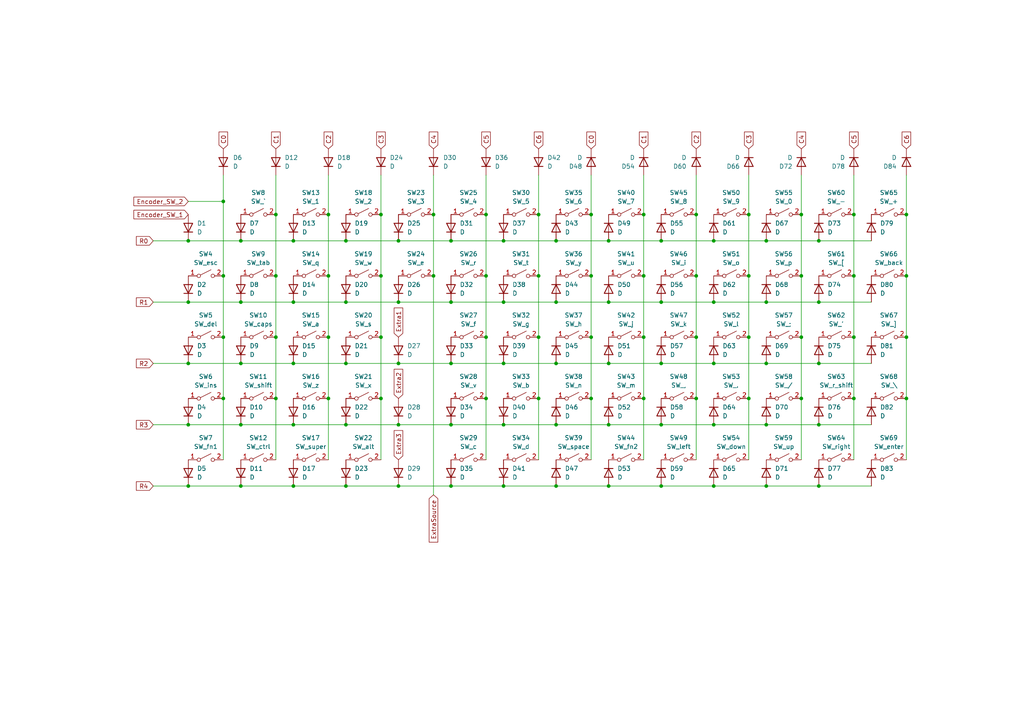
<source format=kicad_sch>
(kicad_sch (version 20230121) (generator eeschema)
  (paper "A4")
  (title_block (title "Switch Matrix") (date "2023-06-10") (comment 1 "CC BY-SA 4.0"))
  (lib_symbols
    (symbol "Device:D" (pin_numbers hide) (pin_names (offset 1.016) hide)
      (property "Reference" "D" (at 0 2.54 0))
      (property "Value" "D" (at 0 -2.54 0))
      (symbol "D_1_1"
        (pin passive line (at -3.81 0 0) (length 2.54) (name "K") (number "1"))
        (pin passive line (at 3.81 0 180) (length 2.54) (name "A") (number "2"))
      )
    )
    (symbol "Switch:SW_SPST" (pin_names (offset 0) hide)
      (property "Reference" "SW" (at 0 3.175 0))
      (property "Value" "SW_SPST" (at 0 -2.54 0))
      (symbol "SW_SPST_1_1"
        (pin passive line (at -5.08 0 0) (length 2.54) (name "A") (number "1"))
        (pin passive line (at 5.08 0 180) (length 2.54) (name "B") (number "2"))
      )
    )
  )
  (junction (at 237.49 123.19))
  (junction (at 222.25 69.85))
  (junction (at 54.61 123.19))
  (junction (at 85.09 69.85))
  (junction (at 156.21 80.01))
  (junction (at 115.57 69.85))
  (junction (at 232.41 97.79))
  (junction (at 176.53 123.19))
  (junction (at 156.21 115.57))
  (junction (at 100.33 69.85))
  (junction (at 115.57 105.41))
  (junction (at 140.97 80.01))
  (junction (at 201.93 115.57))
  (junction (at 176.53 140.97))
  (junction (at 95.25 97.79))
  (junction (at 247.65 80.01))
  (junction (at 69.85 105.41))
  (junction (at 191.77 140.97))
  (junction (at 191.77 69.85))
  (junction (at 100.33 87.63))
  (junction (at 247.65 115.57))
  (junction (at 85.09 105.41))
  (junction (at 161.29 105.41))
  (junction (at 262.89 97.79))
  (junction (at 146.05 87.63))
  (junction (at 161.29 123.19))
  (junction (at 125.73 80.01))
  (junction (at 54.61 140.97))
  (junction (at 186.69 97.79))
  (junction (at 191.77 123.19))
  (junction (at 130.81 87.63))
  (junction (at 130.81 105.41))
  (junction (at 207.01 87.63))
  (junction (at 95.25 80.01))
  (junction (at 201.93 62.23))
  (junction (at 85.09 87.63))
  (junction (at 222.25 123.19))
  (junction (at 191.77 105.41))
  (junction (at 110.49 97.79))
  (junction (at 146.05 69.85))
  (junction (at 95.25 62.23))
  (junction (at 176.53 105.41))
  (junction (at 130.81 140.97))
  (junction (at 171.45 80.01))
  (junction (at 186.69 80.01))
  (junction (at 80.01 80.01))
  (junction (at 232.41 62.23))
  (junction (at 110.49 80.01))
  (junction (at 201.93 80.01))
  (junction (at 64.77 97.79))
  (junction (at 237.49 105.41))
  (junction (at 262.89 115.57))
  (junction (at 201.93 97.79))
  (junction (at 207.01 105.41))
  (junction (at 80.01 97.79))
  (junction (at 222.25 140.97))
  (junction (at 115.57 87.63))
  (junction (at 247.65 62.23))
  (junction (at 161.29 87.63))
  (junction (at 262.89 62.23))
  (junction (at 222.25 105.41))
  (junction (at 100.33 123.19))
  (junction (at 171.45 62.23))
  (junction (at 130.81 123.19))
  (junction (at 64.77 115.57))
  (junction (at 130.81 69.85))
  (junction (at 176.53 69.85))
  (junction (at 171.45 115.57))
  (junction (at 217.17 80.01))
  (junction (at 115.57 140.97))
  (junction (at 64.77 80.01))
  (junction (at 207.01 69.85))
  (junction (at 69.85 140.97))
  (junction (at 171.45 97.79))
  (junction (at 140.97 115.57))
  (junction (at 100.33 105.41))
  (junction (at 161.29 140.97))
  (junction (at 115.57 123.19))
  (junction (at 156.21 62.23))
  (junction (at 110.49 62.23))
  (junction (at 146.05 123.19))
  (junction (at 146.05 105.41))
  (junction (at 54.61 69.85))
  (junction (at 140.97 97.79))
  (junction (at 237.49 69.85))
  (junction (at 80.01 115.57))
  (junction (at 54.61 105.41))
  (junction (at 85.09 140.97))
  (junction (at 95.25 115.57))
  (junction (at 85.09 123.19))
  (junction (at 217.17 62.23))
  (junction (at 232.41 115.57))
  (junction (at 64.77 58.42))
  (junction (at 186.69 115.57))
  (junction (at 222.25 87.63))
  (junction (at 140.97 62.23))
  (junction (at 54.61 87.63))
  (junction (at 191.77 87.63))
  (junction (at 156.21 97.79))
  (junction (at 217.17 97.79))
  (junction (at 217.17 115.57))
  (junction (at 176.53 87.63))
  (junction (at 69.85 69.85))
  (junction (at 100.33 140.97))
  (junction (at 125.73 62.23))
  (junction (at 207.01 123.19))
  (junction (at 262.89 80.01))
  (junction (at 161.29 69.85))
  (junction (at 69.85 87.63))
  (junction (at 232.41 80.01))
  (junction (at 207.01 140.97))
  (junction (at 237.49 140.97))
  (junction (at 69.85 123.19))
  (junction (at 247.65 97.79))
  (junction (at 146.05 140.97))
  (junction (at 110.49 115.57))
  (junction (at 237.49 87.63))
  (junction (at 80.01 62.23))
  (junction (at 186.69 62.23))
  (wire (pts (xy 130.81 140.97) (xy 146.05 140.97)))
  (wire (pts (xy 44.45 105.41) (xy 54.61 105.41)))
  (wire (pts (xy 207.01 123.19) (xy 222.25 123.19)))
  (wire (pts (xy 201.93 97.79) (xy 201.93 115.57)))
  (wire (pts (xy 69.85 105.41) (xy 85.09 105.41)))
  (wire (pts (xy 207.01 140.97) (xy 222.25 140.97)))
  (wire (pts (xy 44.45 87.63) (xy 54.61 87.63)))
  (wire (pts (xy 161.29 87.63) (xy 176.53 87.63)))
  (wire (pts (xy 64.77 115.57) (xy 64.77 133.35)))
  (wire (pts (xy 100.33 105.41) (xy 115.57 105.41)))
  (wire (pts (xy 207.01 105.41) (xy 222.25 105.41)))
  (wire (pts (xy 176.53 140.97) (xy 191.77 140.97)))
  (wire (pts (xy 85.09 140.97) (xy 100.33 140.97)))
  (wire (pts (xy 237.49 140.97) (xy 252.73 140.97)))
  (wire (pts (xy 95.25 115.57) (xy 95.25 133.35)))
  (wire (pts (xy 232.41 80.01) (xy 232.41 97.79)))
  (wire (pts (xy 130.81 87.63) (xy 146.05 87.63)))
  (wire (pts (xy 54.61 58.42) (xy 64.77 58.42)))
  (wire (pts (xy 140.97 115.57) (xy 140.97 133.35)))
  (wire (pts (xy 207.01 87.63) (xy 222.25 87.63)))
  (wire (pts (xy 186.69 50.8) (xy 186.69 62.23)))
  (wire (pts (xy 54.61 123.19) (xy 69.85 123.19)))
  (wire (pts (xy 201.93 50.8) (xy 201.93 62.23)))
  (wire (pts (xy 54.61 105.41) (xy 69.85 105.41)))
  (wire (pts (xy 161.29 105.41) (xy 176.53 105.41)))
  (wire (pts (xy 69.85 69.85) (xy 85.09 69.85)))
  (wire (pts (xy 176.53 105.41) (xy 191.77 105.41)))
  (wire (pts (xy 217.17 115.57) (xy 217.17 133.35)))
  (wire (pts (xy 125.73 62.23) (xy 125.73 80.01)))
  (wire (pts (xy 232.41 97.79) (xy 232.41 115.57)))
  (wire (pts (xy 176.53 87.63) (xy 191.77 87.63)))
  (wire (pts (xy 262.89 62.23) (xy 262.89 80.01)))
  (wire (pts (xy 247.65 97.79) (xy 247.65 115.57)))
  (wire (pts (xy 222.25 87.63) (xy 237.49 87.63)))
  (wire (pts (xy 100.33 69.85) (xy 115.57 69.85)))
  (wire (pts (xy 247.65 62.23) (xy 247.65 80.01)))
  (wire (pts (xy 186.69 62.23) (xy 186.69 80.01)))
  (wire (pts (xy 115.57 69.85) (xy 130.81 69.85)))
  (wire (pts (xy 130.81 105.41) (xy 146.05 105.41)))
  (wire (pts (xy 156.21 50.8) (xy 156.21 62.23)))
  (wire (pts (xy 171.45 62.23) (xy 171.45 80.01)))
  (wire (pts (xy 146.05 105.41) (xy 161.29 105.41)))
  (wire (pts (xy 201.93 80.01) (xy 201.93 97.79)))
  (wire (pts (xy 85.09 123.19) (xy 100.33 123.19)))
  (wire (pts (xy 232.41 62.23) (xy 232.41 80.01)))
  (wire (pts (xy 262.89 97.79) (xy 262.89 115.57)))
  (wire (pts (xy 161.29 140.97) (xy 176.53 140.97)))
  (wire (pts (xy 191.77 140.97) (xy 207.01 140.97)))
  (wire (pts (xy 232.41 115.57) (xy 232.41 133.35)))
  (wire (pts (xy 262.89 115.57) (xy 262.89 133.35)))
  (wire (pts (xy 156.21 80.01) (xy 156.21 97.79)))
  (wire (pts (xy 110.49 50.8) (xy 110.49 62.23)))
  (wire (pts (xy 171.45 97.79) (xy 171.45 115.57)))
  (wire (pts (xy 186.69 97.79) (xy 186.69 115.57)))
  (wire (pts (xy 237.49 105.41) (xy 252.73 105.41)))
  (wire (pts (xy 161.29 69.85) (xy 176.53 69.85)))
  (wire (pts (xy 201.93 115.57) (xy 201.93 133.35)))
  (wire (pts (xy 247.65 115.57) (xy 247.65 133.35)))
  (wire (pts (xy 54.61 140.97) (xy 69.85 140.97)))
  (wire (pts (xy 140.97 62.23) (xy 140.97 80.01)))
  (wire (pts (xy 110.49 62.23) (xy 110.49 80.01)))
  (wire (pts (xy 80.01 80.01) (xy 80.01 97.79)))
  (wire (pts (xy 217.17 62.23) (xy 217.17 80.01)))
  (wire (pts (xy 161.29 123.19) (xy 176.53 123.19)))
  (wire (pts (xy 262.89 80.01) (xy 262.89 97.79)))
  (wire (pts (xy 130.81 69.85) (xy 146.05 69.85)))
  (wire (pts (xy 191.77 105.41) (xy 207.01 105.41)))
  (wire (pts (xy 247.65 80.01) (xy 247.65 97.79)))
  (wire (pts (xy 217.17 80.01) (xy 217.17 97.79)))
  (wire (pts (xy 191.77 123.19) (xy 207.01 123.19)))
  (wire (pts (xy 85.09 105.41) (xy 100.33 105.41)))
  (wire (pts (xy 156.21 97.79) (xy 156.21 115.57)))
  (wire (pts (xy 171.45 80.01) (xy 171.45 97.79)))
  (wire (pts (xy 64.77 58.42) (xy 64.77 80.01)))
  (wire (pts (xy 95.25 80.01) (xy 95.25 97.79)))
  (wire (pts (xy 146.05 87.63) (xy 161.29 87.63)))
  (wire (pts (xy 80.01 97.79) (xy 80.01 115.57)))
  (wire (pts (xy 85.09 87.63) (xy 100.33 87.63)))
  (wire (pts (xy 54.61 69.85) (xy 69.85 69.85)))
  (wire (pts (xy 115.57 105.41) (xy 130.81 105.41)))
  (wire (pts (xy 44.45 123.19) (xy 54.61 123.19)))
  (wire (pts (xy 156.21 62.23) (xy 156.21 80.01)))
  (wire (pts (xy 125.73 50.8) (xy 125.73 62.23)))
  (wire (pts (xy 176.53 123.19) (xy 191.77 123.19)))
  (wire (pts (xy 69.85 140.97) (xy 85.09 140.97)))
  (wire (pts (xy 201.93 62.23) (xy 201.93 80.01)))
  (wire (pts (xy 64.77 80.01) (xy 64.77 97.79)))
  (wire (pts (xy 237.49 87.63) (xy 252.73 87.63)))
  (wire (pts (xy 130.81 123.19) (xy 146.05 123.19)))
  (wire (pts (xy 146.05 69.85) (xy 161.29 69.85)))
  (wire (pts (xy 110.49 97.79) (xy 110.49 115.57)))
  (wire (pts (xy 64.77 97.79) (xy 64.77 115.57)))
  (wire (pts (xy 262.89 50.8) (xy 262.89 62.23)))
  (wire (pts (xy 191.77 69.85) (xy 207.01 69.85)))
  (wire (pts (xy 125.73 80.01) (xy 125.73 143.51)))
  (wire (pts (xy 237.49 123.19) (xy 252.73 123.19)))
  (wire (pts (xy 237.49 69.85) (xy 252.73 69.85)))
  (wire (pts (xy 207.01 69.85) (xy 222.25 69.85)))
  (wire (pts (xy 100.33 140.97) (xy 115.57 140.97)))
  (wire (pts (xy 247.65 50.8) (xy 247.65 62.23)))
  (wire (pts (xy 140.97 80.01) (xy 140.97 97.79)))
  (wire (pts (xy 191.77 87.63) (xy 207.01 87.63)))
  (wire (pts (xy 222.25 105.41) (xy 237.49 105.41)))
  (wire (pts (xy 69.85 123.19) (xy 85.09 123.19)))
  (wire (pts (xy 140.97 97.79) (xy 140.97 115.57)))
  (wire (pts (xy 176.53 69.85) (xy 191.77 69.85)))
  (wire (pts (xy 44.45 140.97) (xy 54.61 140.97)))
  (wire (pts (xy 80.01 62.23) (xy 80.01 80.01)))
  (wire (pts (xy 156.21 115.57) (xy 156.21 133.35)))
  (wire (pts (xy 115.57 140.97) (xy 130.81 140.97)))
  (wire (pts (xy 186.69 115.57) (xy 186.69 133.35)))
  (wire (pts (xy 85.09 69.85) (xy 100.33 69.85)))
  (wire (pts (xy 146.05 123.19) (xy 161.29 123.19)))
  (wire (pts (xy 217.17 50.8) (xy 217.17 62.23)))
  (wire (pts (xy 171.45 115.57) (xy 171.45 133.35)))
  (wire (pts (xy 69.85 87.63) (xy 85.09 87.63)))
  (wire (pts (xy 115.57 123.19) (xy 130.81 123.19)))
  (wire (pts (xy 146.05 140.97) (xy 161.29 140.97)))
  (wire (pts (xy 222.25 69.85) (xy 237.49 69.85)))
  (wire (pts (xy 110.49 115.57) (xy 110.49 133.35)))
  (wire (pts (xy 95.25 50.8) (xy 95.25 62.23)))
  (wire (pts (xy 95.25 62.23) (xy 95.25 80.01)))
  (wire (pts (xy 222.25 123.19) (xy 237.49 123.19)))
  (wire (pts (xy 140.97 50.8) (xy 140.97 62.23)))
  (wire (pts (xy 95.25 97.79) (xy 95.25 115.57)))
  (wire (pts (xy 110.49 80.01) (xy 110.49 97.79)))
  (wire (pts (xy 222.25 140.97) (xy 237.49 140.97)))
  (wire (pts (xy 217.17 97.79) (xy 217.17 115.57)))
  (wire (pts (xy 44.45 69.85) (xy 54.61 69.85)))
  (wire (pts (xy 100.33 123.19) (xy 115.57 123.19)))
  (wire (pts (xy 186.69 80.01) (xy 186.69 97.79)))
  (wire (pts (xy 171.45 50.8) (xy 171.45 62.23)))
  (wire (pts (xy 64.77 50.8) (xy 64.77 58.42)))
  (wire (pts (xy 54.61 87.63) (xy 69.85 87.63)))
  (wire (pts (xy 80.01 115.57) (xy 80.01 133.35)))
  (wire (pts (xy 115.57 87.63) (xy 130.81 87.63)))
  (wire (pts (xy 232.41 50.8) (xy 232.41 62.23)))
  (wire (pts (xy 80.01 50.8) (xy 80.01 62.23)))
  (wire (pts (xy 100.33 87.63) (xy 115.57 87.63)))
  (global_label "C0" (shape input) (at 171.45 43.18 90) (property "Intersheetrefs" "${INTERSHEET_REFS}" (effects hide)))
  (global_label "C2" (shape input) (at 201.93 43.18 90) (property "Intersheetrefs" "${INTERSHEET_REFS}" (effects hide)))
  (global_label "R1" (shape input) (at 44.45 87.63 180) (property "Intersheetrefs" "${INTERSHEET_REFS}" (effects hide)))
  (global_label "C4" (shape input) (at 232.41 43.18 90) (property "Intersheetrefs" "${INTERSHEET_REFS}" (effects hide)))
  (global_label "C4" (shape input) (at 125.73 43.18 90) (property "Intersheetrefs" "${INTERSHEET_REFS}" (effects hide)))
  (global_label "C5" (shape input) (at 247.65 43.18 90) (property "Intersheetrefs" "${INTERSHEET_REFS}" (effects hide)))
  (global_label "Extra2" (shape input) (at 115.57 115.57 90) (property "Intersheetrefs" "${INTERSHEET_REFS}" (effects hide)))
  (global_label "C3" (shape input) (at 217.17 43.18 90) (property "Intersheetrefs" "${INTERSHEET_REFS}" (effects hide)))
  (global_label "R3" (shape input) (at 44.45 123.19 180) (property "Intersheetrefs" "${INTERSHEET_REFS}" (effects hide)))
  (global_label "R4" (shape input) (at 44.45 140.97 180) (property "Intersheetrefs" "${INTERSHEET_REFS}" (effects hide)))
  (global_label "Encoder_SW_2" (shape input) (at 54.61 58.42 180) (property "Intersheetrefs" "${INTERSHEET_REFS}" (effects hide)))
  (global_label "Extra1" (shape input) (at 115.57 97.79 90) (property "Intersheetrefs" "${INTERSHEET_REFS}" (effects hide)))
  (global_label "C3" (shape input) (at 110.49 43.18 90) (property "Intersheetrefs" "${INTERSHEET_REFS}" (effects hide)))
  (global_label "Extra3" (shape input) (at 115.57 133.35 90) (property "Intersheetrefs" "${INTERSHEET_REFS}" (effects hide)))
  (global_label "Encoder_SW_1" (shape input) (at 54.61 62.23 180) (property "Intersheetrefs" "${INTERSHEET_REFS}" (effects hide)))
  (global_label "R0" (shape input) (at 44.45 69.85 180) (property "Intersheetrefs" "${INTERSHEET_REFS}" (effects hide)))
  (global_label "C1" (shape input) (at 80.01 43.18 90) (property "Intersheetrefs" "${INTERSHEET_REFS}" (effects hide)))
  (global_label "C1" (shape input) (at 186.69 43.18 90) (property "Intersheetrefs" "${INTERSHEET_REFS}" (effects hide)))
  (global_label "C6" (shape input) (at 262.89 43.18 90) (property "Intersheetrefs" "${INTERSHEET_REFS}" (effects hide)))
  (global_label "C5" (shape input) (at 140.97 43.18 90) (property "Intersheetrefs" "${INTERSHEET_REFS}" (effects hide)))
  (global_label "C0" (shape input) (at 64.77 43.18 90) (property "Intersheetrefs" "${INTERSHEET_REFS}" (effects hide)))
  (global_label "C2" (shape input) (at 95.25 43.18 90) (property "Intersheetrefs" "${INTERSHEET_REFS}" (effects hide)))
  (global_label "ExtraSource" (shape input) (at 125.73 143.51 270) (property "Intersheetrefs" "${INTERSHEET_REFS}" (effects hide)))
  (global_label "R2" (shape input) (at 44.45 105.41 180) (property "Intersheetrefs" "${INTERSHEET_REFS}" (effects hide)))
  (global_label "C6" (shape input) (at 156.21 43.18 90) (property "Intersheetrefs" "${INTERSHEET_REFS}" (effects hide)))
  (symbol (lib_id "Device:D") (at 146.05 83.82 90) (unit 1)
    (property "Reference" "D38" (at 148.59 82.5499 90) (effects (justify right)))
    (property "Value" "D" (at 148.59 85.0899 90) (effects (justify right)))
    (property "Footprint" "Diode_THT_Custom:D_DO-35_SOD27_P7.62mm_Horizontal" (effects hide))
  )
  (symbol (lib_id "Device:D") (at 262.89 46.99 270) (unit 1)
    (property "Reference" "D84" (at 260.096 48.26 90) (effects (justify right)))
    (property "Value" "D" (at 260.096 45.72 90) (effects (justify right)))
    (property "Footprint" "Diode_THT_Custom:D_DO-35_SOD27_P7.62mm_Horizontal" (effects hide))
  )
  (symbol (lib_id "Device:D") (at 252.73 83.82 270) (unit 1)
    (property "Reference" "D80" (at 255.27 82.55 90) (effects (justify left)))
    (property "Value" "D" (at 255.27 85.09 90) (effects (justify left)))
    (property "Footprint" "Diode_THT_Custom:D_DO-35_SOD27_P7.62mm_Horizontal" (effects hide))
  )
  (symbol (lib_id "Device:D") (at 176.53 83.82 270) (unit 1)
    (property "Reference" "D50" (at 179.07 82.55 90) (effects (justify left)))
    (property "Value" "D" (at 179.07 85.09 90) (effects (justify left)))
    (property "Footprint" "Diode_THT_Custom:D_DO-35_SOD27_P7.62mm_Horizontal" (effects hide))
  )
  (symbol (lib_id "Switch:SW_SPST") (at 181.61 80.01 0) (unit 1)
    (property "Reference" "SW41" (at 181.61 73.66 0))
    (property "Value" "SW_u" (at 181.61 76.2 0))
    (property "Footprint" "HotswapFix:SW_Hotswap_Kailh_MX_1.00u" (effects hide))
  )
  (symbol (lib_id "Switch:SW_SPST") (at 212.09 62.23 0) (unit 1)
    (property "Reference" "SW50" (at 212.09 55.88 0))
    (property "Value" "SW_9" (at 212.09 58.42 0))
    (property "Footprint" "HotswapFix:SW_Hotswap_Kailh_MX_1.00u" (effects hide))
  )
  (symbol (lib_id "Device:D") (at 161.29 119.38 270) (unit 1)
    (property "Reference" "D46" (at 163.83 118.11 90) (effects (justify left)))
    (property "Value" "D" (at 163.83 120.65 90) (effects (justify left)))
    (property "Footprint" "Diode_THT_Custom:D_DO-35_SOD27_P7.62mm_Horizontal" (effects hide))
  )
  (symbol (lib_id "Switch:SW_SPST") (at 90.17 133.35 0) (unit 1)
    (property "Reference" "SW17" (at 90.17 127 0))
    (property "Value" "SW_super" (at 90.17 129.54 0))
    (property "Footprint" "HotswapFix:SW_Hotswap_Kailh_MX_1.25u" (effects hide))
  )
  (symbol (lib_id "Switch:SW_SPST") (at 105.41 97.79 0) (unit 1)
    (property "Reference" "SW20" (at 105.41 91.44 0))
    (property "Value" "SW_s" (at 105.41 93.98 0))
    (property "Footprint" "HotswapFix:SW_Hotswap_Kailh_MX_1.00u" (effects hide))
  )
  (symbol (lib_id "Switch:SW_SPST") (at 227.33 133.35 0) (unit 1)
    (property "Reference" "SW59" (at 227.33 127 0))
    (property "Value" "SW_up" (at 227.33 129.54 0))
    (property "Footprint" "HotswapFix:SW_Hotswap_Kailh_MX_1.00u" (effects hide))
  )
  (symbol (lib_id "Switch:SW_SPST") (at 166.37 62.23 0) (unit 1)
    (property "Reference" "SW35" (at 166.37 55.88 0))
    (property "Value" "SW_6" (at 166.37 58.42 0))
    (property "Footprint" "HotswapFix:SW_Hotswap_Kailh_MX_1.00u" (effects hide))
  )
  (symbol (lib_id "Device:D") (at 207.01 83.82 270) (unit 1)
    (property "Reference" "D62" (at 209.55 82.55 90) (effects (justify left)))
    (property "Value" "D" (at 209.55 85.09 90) (effects (justify left)))
    (property "Footprint" "Diode_THT_Custom:D_DO-35_SOD27_P7.62mm_Horizontal" (effects hide))
  )
  (symbol (lib_id "Device:D") (at 222.25 83.82 270) (unit 1)
    (property "Reference" "D68" (at 224.79 82.55 90) (effects (justify left)))
    (property "Value" "D" (at 224.79 85.09 90) (effects (justify left)))
    (property "Footprint" "Diode_THT_Custom:D_DO-35_SOD27_P7.62mm_Horizontal" (effects hide))
  )
  (symbol (lib_id "Device:D") (at 161.29 83.82 270) (unit 1)
    (property "Reference" "D44" (at 163.83 82.55 90) (effects (justify left)))
    (property "Value" "D" (at 163.83 85.09 90) (effects (justify left)))
    (property "Footprint" "Diode_THT_Custom:D_DO-35_SOD27_P7.62mm_Horizontal" (effects hide))
  )
  (symbol (lib_id "Device:D") (at 247.65 46.99 270) (unit 1)
    (property "Reference" "D78" (at 245.11 48.2601 90) (effects (justify right)))
    (property "Value" "D" (at 245.11 45.7201 90) (effects (justify right)))
    (property "Footprint" "Diode_THT_Custom:D_DO-35_SOD27_P7.62mm_Horizontal" (effects hide))
  )
  (symbol (lib_id "Device:D") (at 95.25 46.99 90) (unit 1)
    (property "Reference" "D18" (at 97.79 45.7199 90) (effects (justify right)))
    (property "Value" "D" (at 97.79 48.2599 90) (effects (justify right)))
    (property "Footprint" "Diode_THT_Custom:D_DO-35_SOD27_P7.62mm_Horizontal" (effects hide))
  )
  (symbol (lib_id "Device:D") (at 54.61 119.38 90) (unit 1)
    (property "Reference" "D4" (at 57.15 118.1099 90) (effects (justify right)))
    (property "Value" "D" (at 57.15 120.6499 90) (effects (justify right)))
    (property "Footprint" "Diode_THT_Custom:D_DO-35_SOD27_P7.62mm_Horizontal" (effects hide))
  )
  (symbol (lib_id "Device:D") (at 207.01 137.16 270) (unit 1)
    (property "Reference" "D65" (at 209.55 135.89 90) (effects (justify left)))
    (property "Value" "D" (at 209.55 138.43 90) (effects (justify left)))
    (property "Footprint" "Diode_THT_Custom:D_DO-35_SOD27_P7.62mm_Horizontal" (effects hide))
  )
  (symbol (lib_id "Switch:SW_SPST") (at 257.81 62.23 0) (unit 1)
    (property "Reference" "SW65" (at 257.81 55.88 0))
    (property "Value" "SW_+" (at 257.81 58.42 0))
    (property "Footprint" "HotswapFix:SW_Hotswap_Kailh_MX_1.00u" (effects hide))
  )
  (symbol (lib_id "Device:D") (at 176.53 101.6 270) (unit 1)
    (property "Reference" "D51" (at 179.07 100.33 90) (effects (justify left)))
    (property "Value" "D" (at 179.07 102.87 90) (effects (justify left)))
    (property "Footprint" "Diode_THT_Custom:D_DO-35_SOD27_P7.62mm_Horizontal" (effects hide))
  )
  (symbol (lib_id "Device:D") (at 176.53 66.04 270) (unit 1)
    (property "Reference" "D49" (at 179.07 64.77 90) (effects (justify left)))
    (property "Value" "D" (at 179.07 67.31 90) (effects (justify left)))
    (property "Footprint" "Diode_THT_Custom:D_DO-35_SOD27_P7.62mm_Horizontal" (effects hide))
  )
  (symbol (lib_id "Switch:SW_SPST") (at 135.89 62.23 0) (unit 1)
    (property "Reference" "SW25" (at 135.89 55.88 0))
    (property "Value" "SW_4" (at 135.89 58.42 0))
    (property "Footprint" "HotswapFix:SW_Hotswap_Kailh_MX_1.00u" (effects hide))
  )
  (symbol (lib_id "Switch:SW_SPST") (at 74.93 62.23 0) (unit 1)
    (property "Reference" "SW8" (at 74.93 55.88 0))
    (property "Value" "SW_`" (at 74.93 58.42 0))
    (property "Footprint" "HotswapFix:SW_Hotswap_Kailh_MX_1.00u" (effects hide))
  )
  (symbol (lib_id "Device:D") (at 130.81 83.82 90) (unit 1)
    (property "Reference" "D32" (at 133.35 82.5499 90) (effects (justify right)))
    (property "Value" "D" (at 133.35 85.0899 90) (effects (justify right)))
    (property "Footprint" "Diode_THT_Custom:D_DO-35_SOD27_P7.62mm_Horizontal" (effects hide))
  )
  (symbol (lib_id "Device:D") (at 161.29 66.04 270) (unit 1)
    (property "Reference" "D43" (at 163.83 64.77 90) (effects (justify left)))
    (property "Value" "D" (at 163.83 67.31 90) (effects (justify left)))
    (property "Footprint" "Diode_THT_Custom:D_DO-35_SOD27_P7.62mm_Horizontal" (effects hide))
  )
  (symbol (lib_id "Device:D") (at 80.01 46.99 90) (unit 1)
    (property "Reference" "D12" (at 82.55 45.7199 90) (effects (justify right)))
    (property "Value" "D" (at 82.55 48.2599 90) (effects (justify right)))
    (property "Footprint" "Diode_THT_Custom:D_DO-35_SOD27_P7.62mm_Horizontal" (effects hide))
  )
  (symbol (lib_id "Device:D") (at 125.73 46.99 90) (unit 1)
    (property "Reference" "D30" (at 128.524 45.72 90) (effects (justify right)))
    (property "Value" "D" (at 128.524 48.26 90) (effects (justify right)))
    (property "Footprint" "Diode_THT_Custom:D_DO-35_SOD27_P7.62mm_Horizontal" (effects hide))
  )
  (symbol (lib_id "Device:D") (at 69.85 101.6 90) (unit 1)
    (property "Reference" "D9" (at 72.39 100.3299 90) (effects (justify right)))
    (property "Value" "D" (at 72.39 102.8699 90) (effects (justify right)))
    (property "Footprint" "Diode_THT_Custom:D_DO-35_SOD27_P7.62mm_Horizontal" (effects hide))
  )
  (symbol (lib_id "Device:D") (at 191.77 137.16 270) (unit 1)
    (property "Reference" "D59" (at 194.31 135.89 90) (effects (justify left)))
    (property "Value" "D" (at 194.31 138.43 90) (effects (justify left)))
    (property "Footprint" "Diode_THT_Custom:D_DO-35_SOD27_P7.62mm_Horizontal" (effects hide))
  )
  (symbol (lib_id "Switch:SW_SPST") (at 257.81 133.35 0) (unit 1)
    (property "Reference" "SW69" (at 257.81 127 0))
    (property "Value" "SW_enter" (at 257.81 129.54 0))
    (property "Footprint" "HotswapFix:SW_Hotswap_Kailh_MX_2.25u" (effects hide))
  )
  (symbol (lib_id "Device:D") (at 115.57 119.38 90) (unit 1)
    (property "Reference" "D28" (at 118.11 118.1099 90) (effects (justify right)))
    (property "Value" "D" (at 118.11 120.6499 90) (effects (justify right)))
    (property "Footprint" "Diode_THT_Custom:D_DO-35_SOD27_P7.62mm_Horizontal" (effects hide))
  )
  (symbol (lib_id "Device:D") (at 222.25 66.04 270) (unit 1)
    (property "Reference" "D67" (at 224.79 64.77 90) (effects (justify left)))
    (property "Value" "D" (at 224.79 67.31 90) (effects (justify left)))
    (property "Footprint" "Diode_THT_Custom:D_DO-35_SOD27_P7.62mm_Horizontal" (effects hide))
  )
  (symbol (lib_id "Switch:SW_SPST") (at 196.85 115.57 0) (unit 1)
    (property "Reference" "SW48" (at 196.85 109.22 0))
    (property "Value" "SW_," (at 196.85 111.76 0))
    (property "Footprint" "HotswapFix:SW_Hotswap_Kailh_MX_1.00u" (effects hide))
  )
  (symbol (lib_id "Device:D") (at 54.61 137.16 90) (unit 1)
    (property "Reference" "D5" (at 57.15 135.8899 90) (effects (justify right)))
    (property "Value" "D" (at 57.15 138.4299 90) (effects (justify right)))
    (property "Footprint" "Diode_THT_Custom:D_DO-35_SOD27_P7.62mm_Horizontal" (effects hide))
  )
  (symbol (lib_id "Switch:SW_SPST") (at 242.57 115.57 0) (unit 1)
    (property "Reference" "SW63" (at 242.57 109.22 0))
    (property "Value" "SW_r_shift" (at 242.57 111.76 0))
    (property "Footprint" "HotswapFix:SW_Hotswap_Kailh_MX_2.75u" (effects hide))
  )
  (symbol (lib_id "Switch:SW_SPST") (at 196.85 133.35 0) (unit 1)
    (property "Reference" "SW49" (at 196.85 127 0))
    (property "Value" "SW_left" (at 196.85 129.54 0))
    (property "Footprint" "HotswapFix:SW_Hotswap_Kailh_MX_1.00u" (effects hide))
  )
  (symbol (lib_id "Device:D") (at 201.93 46.99 270) (unit 1)
    (property "Reference" "D60" (at 199.136 48.26 90) (effects (justify right)))
    (property "Value" "D" (at 199.136 45.72 90) (effects (justify right)))
    (property "Footprint" "Diode_THT_Custom:D_DO-35_SOD27_P7.62mm_Horizontal" (effects hide))
  )
  (symbol (lib_id "Device:D") (at 100.33 83.82 90) (unit 1)
    (property "Reference" "D20" (at 102.87 82.5499 90) (effects (justify right)))
    (property "Value" "D" (at 102.87 85.0899 90) (effects (justify right)))
    (property "Footprint" "Diode_THT_Custom:D_DO-35_SOD27_P7.62mm_Horizontal" (effects hide))
  )
  (symbol (lib_id "Device:D") (at 252.73 119.38 270) (unit 1)
    (property "Reference" "D82" (at 255.27 118.11 90) (effects (justify left)))
    (property "Value" "D" (at 255.27 120.65 90) (effects (justify left)))
    (property "Footprint" "Diode_THT_Custom:D_DO-35_SOD27_P7.62mm_Horizontal" (effects hide))
  )
  (symbol (lib_id "Device:D") (at 237.49 137.16 270) (unit 1)
    (property "Reference" "D77" (at 240.03 135.89 90) (effects (justify left)))
    (property "Value" "D" (at 240.03 138.43 90) (effects (justify left)))
    (property "Footprint" "Diode_THT_Custom:D_DO-35_SOD27_P7.62mm_Horizontal" (effects hide))
  )
  (symbol (lib_id "Device:D") (at 217.17 46.99 270) (unit 1)
    (property "Reference" "D66" (at 214.63 48.2601 90) (effects (justify right)))
    (property "Value" "D" (at 214.63 45.7201 90) (effects (justify right)))
    (property "Footprint" "Diode_THT_Custom:D_DO-35_SOD27_P7.62mm_Horizontal" (effects hide))
  )
  (symbol (lib_id "Device:D") (at 85.09 66.04 90) (unit 1)
    (property "Reference" "D13" (at 87.63 64.7699 90) (effects (justify right)))
    (property "Value" "D" (at 87.63 67.3099 90) (effects (justify right)))
    (property "Footprint" "Diode_THT_Custom:D_DO-35_SOD27_P7.62mm_Horizontal" (effects hide))
  )
  (symbol (lib_id "Device:D") (at 130.81 101.6 90) (unit 1)
    (property "Reference" "D33" (at 133.35 100.3299 90) (effects (justify right)))
    (property "Value" "D" (at 133.35 102.8699 90) (effects (justify right)))
    (property "Footprint" "Diode_THT_Custom:D_DO-35_SOD27_P7.62mm_Horizontal" (effects hide))
  )
  (symbol (lib_id "Device:D") (at 115.57 66.04 90) (unit 1)
    (property "Reference" "D25" (at 118.11 64.7699 90) (effects (justify right)))
    (property "Value" "D" (at 118.11 67.3099 90) (effects (justify right)))
    (property "Footprint" "Diode_THT_Custom:D_DO-35_SOD27_P7.62mm_Horizontal" (effects hide))
  )
  (symbol (lib_id "Switch:SW_SPST") (at 105.41 80.01 0) (unit 1)
    (property "Reference" "SW19" (at 105.41 73.66 0))
    (property "Value" "SW_w" (at 105.41 76.2 0))
    (property "Footprint" "HotswapFix:SW_Hotswap_Kailh_MX_1.00u" (effects hide))
  )
  (symbol (lib_id "Device:D") (at 115.57 137.16 90) (unit 1)
    (property "Reference" "D29" (at 118.11 135.8899 90) (effects (justify right)))
    (property "Value" "D" (at 118.11 138.4299 90) (effects (justify right)))
    (property "Footprint" "Diode_THT_Custom:D_DO-35_SOD27_P7.62mm_Horizontal" (effects hide))
  )
  (symbol (lib_id "Device:D") (at 146.05 119.38 90) (unit 1)
    (property "Reference" "D40" (at 148.59 118.1099 90) (effects (justify right)))
    (property "Value" "D" (at 148.59 120.6499 90) (effects (justify right)))
    (property "Footprint" "Diode_THT_Custom:D_DO-35_SOD27_P7.62mm_Horizontal" (effects hide))
  )
  (symbol (lib_id "Device:D") (at 252.73 101.6 270) (unit 1)
    (property "Reference" "D81" (at 255.27 100.33 90) (effects (justify left)))
    (property "Value" "D" (at 255.27 102.87 90) (effects (justify left)))
    (property "Footprint" "Diode_THT_Custom:D_DO-35_SOD27_P7.62mm_Horizontal" (effects hide))
  )
  (symbol (lib_id "Switch:SW_SPST") (at 105.41 115.57 0) (unit 1)
    (property "Reference" "SW21" (at 105.41 109.22 0))
    (property "Value" "SW_x" (at 105.41 111.76 0))
    (property "Footprint" "HotswapFix:SW_Hotswap_Kailh_MX_1.00u" (effects hide))
  )
  (symbol (lib_id "Switch:SW_SPST") (at 135.89 97.79 0) (unit 1)
    (property "Reference" "SW27" (at 135.89 91.44 0))
    (property "Value" "SW_f" (at 135.89 93.98 0))
    (property "Footprint" "HotswapFix:SW_Hotswap_Kailh_MX_1.00u" (effects hide))
  )
  (symbol (lib_id "Switch:SW_SPST") (at 257.81 97.79 0) (unit 1)
    (property "Reference" "SW67" (at 257.81 91.44 0))
    (property "Value" "SW_]" (at 257.81 93.98 0))
    (property "Footprint" "HotswapFix:SW_Hotswap_Kailh_MX_1.00u" (effects hide))
  )
  (symbol (lib_id "Switch:SW_SPST") (at 74.93 97.79 0) (unit 1)
    (property "Reference" "SW10" (at 74.93 91.44 0))
    (property "Value" "SW_caps" (at 74.93 93.98 0))
    (property "Footprint" "HotswapFix:SW_Hotswap_Kailh_MX_1.75u" (effects hide))
  )
  (symbol (lib_id "Device:D") (at 115.57 101.6 90) (unit 1)
    (property "Reference" "D27" (at 118.11 100.3299 90) (effects (justify right)))
    (property "Value" "D" (at 118.11 102.8699 90) (effects (justify right)))
    (property "Footprint" "Diode_THT_Custom:D_DO-35_SOD27_P7.62mm_Horizontal" (effects hide))
  )
  (symbol (lib_id "Device:D") (at 130.81 119.38 90) (unit 1)
    (property "Reference" "D34" (at 133.35 118.1099 90) (effects (justify right)))
    (property "Value" "D" (at 133.35 120.6499 90) (effects (justify right)))
    (property "Footprint" "Diode_THT_Custom:D_DO-35_SOD27_P7.62mm_Horizontal" (effects hide))
  )
  (symbol (lib_id "Device:D") (at 85.09 137.16 90) (unit 1)
    (property "Reference" "D17" (at 87.63 135.8899 90) (effects (justify right)))
    (property "Value" "D" (at 87.63 138.4299 90) (effects (justify right)))
    (property "Footprint" "Diode_THT_Custom:D_DO-35_SOD27_P7.62mm_Horizontal" (effects hide))
  )
  (symbol (lib_id "Switch:SW_SPST") (at 212.09 80.01 0) (unit 1)
    (property "Reference" "SW51" (at 212.09 73.66 0))
    (property "Value" "SW_o" (at 212.09 76.2 0))
    (property "Footprint" "HotswapFix:SW_Hotswap_Kailh_MX_1.00u" (effects hide))
  )
  (symbol (lib_id "Device:D") (at 69.85 66.04 90) (unit 1)
    (property "Reference" "D7" (at 72.39 64.7699 90) (effects (justify right)))
    (property "Value" "D" (at 72.39 67.3099 90) (effects (justify right)))
    (property "Footprint" "Diode_THT_Custom:D_DO-35_SOD27_P7.62mm_Horizontal" (effects hide))
  )
  (symbol (lib_id "Switch:SW_SPST") (at 59.69 97.79 0) (unit 1)
    (property "Reference" "SW5" (at 59.69 91.44 0))
    (property "Value" "SW_del" (at 59.69 93.98 0))
    (property "Footprint" "HotswapFix:SW_Hotswap_Kailh_MX_1.00u" (effects hide))
  )
  (symbol (lib_id "Switch:SW_SPST") (at 105.41 62.23 0) (unit 1)
    (property "Reference" "SW18" (at 105.41 55.88 0))
    (property "Value" "SW_2" (at 105.41 58.42 0))
    (property "Footprint" "HotswapFix:SW_Hotswap_Kailh_MX_1.00u" (effects hide))
  )
  (symbol (lib_id "Switch:SW_SPST") (at 196.85 80.01 0) (unit 1)
    (property "Reference" "SW46" (at 196.85 73.66 0))
    (property "Value" "SW_i" (at 196.85 76.2 0))
    (property "Footprint" "HotswapFix:SW_Hotswap_Kailh_MX_1.00u" (effects hide))
  )
  (symbol (lib_id "Switch:SW_SPST") (at 90.17 115.57 0) (unit 1)
    (property "Reference" "SW16" (at 90.17 109.22 0))
    (property "Value" "SW_z" (at 90.17 111.76 0))
    (property "Footprint" "HotswapFix:SW_Hotswap_Kailh_MX_1.00u" (effects hide))
  )
  (symbol (lib_id "Switch:SW_SPST") (at 181.61 133.35 0) (unit 1)
    (property "Reference" "SW44" (at 181.61 127 0))
    (property "Value" "SW_fn2" (at 181.61 129.54 0))
    (property "Footprint" "HotswapFix:SW_Hotswap_Kailh_MX_1.00u" (effects hide))
  )
  (symbol (lib_id "Switch:SW_SPST") (at 135.89 115.57 0) (unit 1)
    (property "Reference" "SW28" (at 135.89 109.22 0))
    (property "Value" "SW_v" (at 135.89 111.76 0))
    (property "Footprint" "HotswapFix:SW_Hotswap_Kailh_MX_1.00u" (effects hide))
  )
  (symbol (lib_id "Switch:SW_SPST") (at 74.93 115.57 0) (unit 1)
    (property "Reference" "SW11" (at 74.93 109.22 0))
    (property "Value" "SW_shift" (at 74.93 111.76 0))
    (property "Footprint" "HotswapFix:SW_Hotswap_Kailh_MX_2.25u" (effects hide))
  )
  (symbol (lib_id "Device:D") (at 64.77 46.99 90) (unit 1)
    (property "Reference" "D6" (at 67.564 45.72 90) (effects (justify right)))
    (property "Value" "D" (at 67.564 48.26 90) (effects (justify right)))
    (property "Footprint" "Diode_THT_Custom:D_DO-35_SOD27_P7.62mm_Horizontal" (effects hide))
  )
  (symbol (lib_id "Device:D") (at 146.05 66.04 90) (unit 1)
    (property "Reference" "D37" (at 148.59 64.7699 90) (effects (justify right)))
    (property "Value" "D" (at 148.59 67.3099 90) (effects (justify right)))
    (property "Footprint" "Diode_THT_Custom:D_DO-35_SOD27_P7.62mm_Horizontal" (effects hide))
  )
  (symbol (lib_id "Device:D") (at 176.53 119.38 270) (unit 1)
    (property "Reference" "D52" (at 179.07 118.11 90) (effects (justify left)))
    (property "Value" "D" (at 179.07 120.65 90) (effects (justify left)))
    (property "Footprint" "Diode_THT_Custom:D_DO-35_SOD27_P7.62mm_Horizontal" (effects hide))
  )
  (symbol (lib_id "Device:D") (at 100.33 101.6 90) (unit 1)
    (property "Reference" "D21" (at 102.87 100.3299 90) (effects (justify right)))
    (property "Value" "D" (at 102.87 102.8699 90) (effects (justify right)))
    (property "Footprint" "Diode_THT_Custom:D_DO-35_SOD27_P7.62mm_Horizontal" (effects hide))
  )
  (symbol (lib_id "Switch:SW_SPST") (at 166.37 80.01 0) (unit 1)
    (property "Reference" "SW36" (at 166.37 73.66 0))
    (property "Value" "SW_y" (at 166.37 76.2 0))
    (property "Footprint" "HotswapFix:SW_Hotswap_Kailh_MX_1.00u" (effects hide))
  )
  (symbol (lib_id "Switch:SW_SPST") (at 151.13 80.01 0) (unit 1)
    (property "Reference" "SW31" (at 151.13 73.66 0))
    (property "Value" "SW_t" (at 151.13 76.2 0))
    (property "Footprint" "HotswapFix:SW_Hotswap_Kailh_MX_1.00u" (effects hide))
  )
  (symbol (lib_id "Device:D") (at 222.25 101.6 270) (unit 1)
    (property "Reference" "D69" (at 224.79 100.33 90) (effects (justify left)))
    (property "Value" "D" (at 224.79 102.87 90) (effects (justify left)))
    (property "Footprint" "Diode_THT_Custom:D_DO-35_SOD27_P7.62mm_Horizontal" (effects hide))
  )
  (symbol (lib_id "Switch:SW_SPST") (at 166.37 133.35 0) (unit 1)
    (property "Reference" "SW39" (at 166.37 127 0))
    (property "Value" "SW_space" (at 166.37 129.54 0))
    (property "Footprint" "HotswapFix:SW_Hotswap_Kailh_MX_6.25u" (effects hide))
  )
  (symbol (lib_id "Switch:SW_SPST") (at 59.69 80.01 0) (unit 1)
    (property "Reference" "SW4" (at 59.69 73.66 0))
    (property "Value" "SW_esc" (at 59.69 76.2 0))
    (property "Footprint" "HotswapFix:SW_Hotswap_Kailh_MX_1.00u" (effects hide))
  )
  (symbol (lib_id "Device:D") (at 54.61 101.6 90) (unit 1)
    (property "Reference" "D3" (at 57.15 100.3299 90) (effects (justify right)))
    (property "Value" "D" (at 57.15 102.8699 90) (effects (justify right)))
    (property "Footprint" "Diode_THT_Custom:D_DO-35_SOD27_P7.62mm_Horizontal" (effects hide))
  )
  (symbol (lib_id "Switch:SW_SPST") (at 196.85 97.79 0) (unit 1)
    (property "Reference" "SW47" (at 196.85 91.44 0))
    (property "Value" "SW_k" (at 196.85 93.98 0))
    (property "Footprint" "HotswapFix:SW_Hotswap_Kailh_MX_1.00u" (effects hide))
  )
  (symbol (lib_id "Switch:SW_SPST") (at 74.93 80.01 0) (unit 1)
    (property "Reference" "SW9" (at 74.93 73.66 0))
    (property "Value" "SW_tab" (at 74.93 76.2 0))
    (property "Footprint" "HotswapFix:SW_Hotswap_Kailh_MX_1.50u" (effects hide))
  )
  (symbol (lib_id "Switch:SW_SPST") (at 135.89 80.01 0) (unit 1)
    (property "Reference" "SW26" (at 135.89 73.66 0))
    (property "Value" "SW_r" (at 135.89 76.2 0))
    (property "Footprint" "HotswapFix:SW_Hotswap_Kailh_MX_1.00u" (effects hide))
  )
  (symbol (lib_id "Switch:SW_SPST") (at 212.09 115.57 0) (unit 1)
    (property "Reference" "SW53" (at 212.09 109.22 0))
    (property "Value" "SW_." (at 212.09 111.76 0))
    (property "Footprint" "HotswapFix:SW_Hotswap_Kailh_MX_1.00u" (effects hide))
  )
  (symbol (lib_id "Switch:SW_SPST") (at 212.09 133.35 0) (unit 1)
    (property "Reference" "SW54" (at 212.09 127 0))
    (property "Value" "SW_down" (at 212.09 129.54 0))
    (property "Footprint" "HotswapFix:SW_Hotswap_Kailh_MX_1.00u" (effects hide))
  )
  (symbol (lib_id "Device:D") (at 85.09 83.82 90) (unit 1)
    (property "Reference" "D14" (at 87.63 82.5499 90) (effects (justify right)))
    (property "Value" "D" (at 87.63 85.0899 90) (effects (justify right)))
    (property "Footprint" "Diode_THT_Custom:D_DO-35_SOD27_P7.62mm_Horizontal" (effects hide))
  )
  (symbol (lib_id "Switch:SW_SPST") (at 105.41 133.35 0) (unit 1)
    (property "Reference" "SW22" (at 105.41 127 0))
    (property "Value" "SW_alt" (at 105.41 129.54 0))
    (property "Footprint" "HotswapFix:SW_Hotswap_Kailh_MX_1.25u" (effects hide))
  )
  (symbol (lib_id "Device:D") (at 232.41 46.99 270) (unit 1)
    (property "Reference" "D72" (at 229.87 48.2601 90) (effects (justify right)))
    (property "Value" "D" (at 229.87 45.7201 90) (effects (justify right)))
    (property "Footprint" "Diode_THT_Custom:D_DO-35_SOD27_P7.62mm_Horizontal" (effects hide))
  )
  (symbol (lib_id "Switch:SW_SPST") (at 166.37 115.57 0) (unit 1)
    (property "Reference" "SW38" (at 166.37 109.22 0))
    (property "Value" "SW_n" (at 166.37 111.76 0))
    (property "Footprint" "HotswapFix:SW_Hotswap_Kailh_MX_1.00u" (effects hide))
  )
  (symbol (lib_id "Switch:SW_SPST") (at 74.93 133.35 0) (unit 1)
    (property "Reference" "SW12" (at 74.93 127 0))
    (property "Value" "SW_ctrl" (at 74.93 129.54 0))
    (property "Footprint" "HotswapFix:SW_Hotswap_Kailh_MX_1.25u" (effects hide))
  )
  (symbol (lib_id "Switch:SW_SPST") (at 227.33 80.01 0) (unit 1)
    (property "Reference" "SW56" (at 227.33 73.66 0))
    (property "Value" "SW_p" (at 227.33 76.2 0))
    (property "Footprint" "HotswapFix:SW_Hotswap_Kailh_MX_1.00u" (effects hide))
  )
  (symbol (lib_id "Device:D") (at 176.53 137.16 270) (unit 1)
    (property "Reference" "D53" (at 179.07 135.89 90) (effects (justify left)))
    (property "Value" "D" (at 179.07 138.43 90) (effects (justify left)))
    (property "Footprint" "Diode_THT_Custom:D_DO-35_SOD27_P7.62mm_Horizontal" (effects hide))
  )
  (symbol (lib_id "Switch:SW_SPST") (at 59.69 133.35 0) (unit 1)
    (property "Reference" "SW7" (at 59.69 127 0))
    (property "Value" "SW_fn1" (at 59.69 129.54 0))
    (property "Footprint" "HotswapFix:SW_Hotswap_Kailh_MX_1.00u" (effects hide))
  )
  (symbol (lib_id "Device:D") (at 100.33 119.38 90) (unit 1)
    (property "Reference" "D22" (at 102.87 118.1099 90) (effects (justify right)))
    (property "Value" "D" (at 102.87 120.6499 90) (effects (justify right)))
    (property "Footprint" "Diode_THT_Custom:D_DO-35_SOD27_P7.62mm_Horizontal" (effects hide))
  )
  (symbol (lib_id "Switch:SW_SPST") (at 242.57 97.79 0) (unit 1)
    (property "Reference" "SW62" (at 242.57 91.44 0))
    (property "Value" "SW_'" (at 242.57 93.98 0))
    (property "Footprint" "HotswapFix:SW_Hotswap_Kailh_MX_1.00u" (effects hide))
  )
  (symbol (lib_id "Switch:SW_SPST") (at 120.65 62.23 0) (unit 1)
    (property "Reference" "SW23" (at 120.65 55.88 0))
    (property "Value" "SW_3" (at 120.65 58.42 0))
    (property "Footprint" "HotswapFix:SW_Hotswap_Kailh_MX_1.00u" (effects hide))
  )
  (symbol (lib_id "Device:D") (at 222.25 137.16 270) (unit 1)
    (property "Reference" "D71" (at 224.79 135.89 90) (effects (justify left)))
    (property "Value" "D" (at 224.79 138.43 90) (effects (justify left)))
    (property "Footprint" "Diode_THT_Custom:D_DO-35_SOD27_P7.62mm_Horizontal" (effects hide))
  )
  (symbol (lib_id "Switch:SW_SPST") (at 227.33 115.57 0) (unit 1)
    (property "Reference" "SW58" (at 227.33 109.22 0))
    (property "Value" "SW_/" (at 227.33 111.76 0))
    (property "Footprint" "HotswapFix:SW_Hotswap_Kailh_MX_1.00u" (effects hide))
  )
  (symbol (lib_id "Switch:SW_SPST") (at 90.17 80.01 0) (unit 1)
    (property "Reference" "SW14" (at 90.17 73.66 0))
    (property "Value" "SW_q" (at 90.17 76.2 0))
    (property "Footprint" "HotswapFix:SW_Hotswap_Kailh_MX_1.00u" (effects hide))
  )
  (symbol (lib_id "Switch:SW_SPST") (at 90.17 62.23 0) (unit 1)
    (property "Reference" "SW13" (at 90.17 55.88 0))
    (property "Value" "SW_1" (at 90.17 58.42 0))
    (property "Footprint" "HotswapFix:SW_Hotswap_Kailh_MX_1.00u" (effects hide))
  )
  (symbol (lib_id "Device:D") (at 161.29 137.16 270) (unit 1)
    (property "Reference" "D47" (at 163.83 135.89 90) (effects (justify left)))
    (property "Value" "D" (at 163.83 138.43 90) (effects (justify left)))
    (property "Footprint" "Diode_THT_Custom:D_DO-35_SOD27_P7.62mm_Horizontal" (effects hide))
  )
  (symbol (lib_id "Device:D") (at 130.81 137.16 90) (unit 1)
    (property "Reference" "D35" (at 133.35 135.8899 90) (effects (justify right)))
    (property "Value" "D" (at 133.35 138.4299 90) (effects (justify right)))
    (property "Footprint" "Diode_THT_Custom:D_DO-35_SOD27_P7.62mm_Horizontal" (effects hide))
  )
  (symbol (lib_id "Device:D") (at 191.77 101.6 270) (unit 1)
    (property "Reference" "D57" (at 194.31 100.33 90) (effects (justify left)))
    (property "Value" "D" (at 194.31 102.87 90) (effects (justify left)))
    (property "Footprint" "Diode_THT_Custom:D_DO-35_SOD27_P7.62mm_Horizontal" (effects hide))
  )
  (symbol (lib_id "Device:D") (at 85.09 101.6 90) (unit 1)
    (property "Reference" "D15" (at 87.63 100.3299 90) (effects (justify right)))
    (property "Value" "D" (at 87.63 102.8699 90) (effects (justify right)))
    (property "Footprint" "Diode_THT_Custom:D_DO-35_SOD27_P7.62mm_Horizontal" (effects hide))
  )
  (symbol (lib_id "Switch:SW_SPST") (at 196.85 62.23 0) (unit 1)
    (property "Reference" "SW45" (at 196.85 55.88 0))
    (property "Value" "SW_8" (at 196.85 58.42 0))
    (property "Footprint" "HotswapFix:SW_Hotswap_Kailh_MX_1.00u" (effects hide))
  )
  (symbol (lib_id "Device:D") (at 207.01 119.38 270) (unit 1)
    (property "Reference" "D64" (at 209.55 118.11 90) (effects (justify left)))
    (property "Value" "D" (at 209.55 120.65 90) (effects (justify left)))
    (property "Footprint" "Diode_THT_Custom:D_DO-35_SOD27_P7.62mm_Horizontal" (effects hide))
  )
  (symbol (lib_id "Device:D") (at 252.73 66.04 270) (unit 1)
    (property "Reference" "D79" (at 255.27 64.77 90) (effects (justify left)))
    (property "Value" "D" (at 255.27 67.31 90) (effects (justify left)))
    (property "Footprint" "Diode_THT_Custom:D_DO-35_SOD27_P7.62mm_Horizontal" (effects hide))
  )
  (symbol (lib_id "Switch:SW_SPST") (at 227.33 62.23 0) (unit 1)
    (property "Reference" "SW55" (at 227.33 55.88 0))
    (property "Value" "SW_0" (at 227.33 58.42 0))
    (property "Footprint" "HotswapFix:SW_Hotswap_Kailh_MX_1.00u" (effects hide))
  )
  (symbol (lib_id "Switch:SW_SPST") (at 166.37 97.79 0) (unit 1)
    (property "Reference" "SW37" (at 166.37 91.44 0))
    (property "Value" "SW_h" (at 166.37 93.98 0))
    (property "Footprint" "HotswapFix:SW_Hotswap_Kailh_MX_1.00u" (effects hide))
  )
  (symbol (lib_id "Device:D") (at 207.01 66.04 270) (unit 1)
    (property "Reference" "D61" (at 209.55 64.77 90) (effects (justify left)))
    (property "Value" "D" (at 209.55 67.31 90) (effects (justify left)))
    (property "Footprint" "Diode_THT_Custom:D_DO-35_SOD27_P7.62mm_Horizontal" (effects hide))
  )
  (symbol (lib_id "Device:D") (at 171.45 46.99 270) (unit 1)
    (property "Reference" "D48" (at 168.91 48.2601 90) (effects (justify right)))
    (property "Value" "D" (at 168.91 45.7201 90) (effects (justify right)))
    (property "Footprint" "Diode_THT_Custom:D_DO-35_SOD27_P7.62mm_Horizontal" (effects hide))
  )
  (symbol (lib_id "Device:D") (at 54.61 66.04 90) (unit 1)
    (property "Reference" "D1" (at 57.15 64.7699 90) (effects (justify right)))
    (property "Value" "D" (at 57.15 67.3099 90) (effects (justify right)))
    (property "Footprint" "Diode_THT_Custom:D_DO-35_SOD27_P7.62mm_Horizontal" (effects hide))
  )
  (symbol (lib_id "Device:D") (at 237.49 66.04 270) (unit 1)
    (property "Reference" "D73" (at 240.03 64.77 90) (effects (justify left)))
    (property "Value" "D" (at 240.03 67.31 90) (effects (justify left)))
    (property "Footprint" "Diode_THT_Custom:D_DO-35_SOD27_P7.62mm_Horizontal" (effects hide))
  )
  (symbol (lib_id "Device:D") (at 130.81 66.04 90) (unit 1)
    (property "Reference" "D31" (at 133.35 64.7699 90) (effects (justify right)))
    (property "Value" "D" (at 133.35 67.3099 90) (effects (justify right)))
    (property "Footprint" "Diode_THT_Custom:D_DO-35_SOD27_P7.62mm_Horizontal" (effects hide))
  )
  (symbol (lib_id "Device:D") (at 146.05 101.6 90) (unit 1)
    (property "Reference" "D39" (at 148.59 100.3299 90) (effects (justify right)))
    (property "Value" "D" (at 148.59 102.8699 90) (effects (justify right)))
    (property "Footprint" "Diode_THT_Custom:D_DO-35_SOD27_P7.62mm_Horizontal" (effects hide))
  )
  (symbol (lib_id "Device:D") (at 69.85 137.16 90) (unit 1)
    (property "Reference" "D11" (at 72.39 135.8899 90) (effects (justify right)))
    (property "Value" "D" (at 72.39 138.4299 90) (effects (justify right)))
    (property "Footprint" "Diode_THT_Custom:D_DO-35_SOD27_P7.62mm_Horizontal" (effects hide))
  )
  (symbol (lib_id "Switch:SW_SPST") (at 227.33 97.79 0) (unit 1)
    (property "Reference" "SW57" (at 227.33 91.44 0))
    (property "Value" "SW_;" (at 227.33 93.98 0))
    (property "Footprint" "HotswapFix:SW_Hotswap_Kailh_MX_1.00u" (effects hide))
  )
  (symbol (lib_id "Device:D") (at 100.33 66.04 90) (unit 1)
    (property "Reference" "D19" (at 102.87 64.7699 90) (effects (justify right)))
    (property "Value" "D" (at 102.87 67.3099 90) (effects (justify right)))
    (property "Footprint" "Diode_THT_Custom:D_DO-35_SOD27_P7.62mm_Horizontal" (effects hide))
  )
  (symbol (lib_id "Switch:SW_SPST") (at 120.65 80.01 0) (unit 1)
    (property "Reference" "SW24" (at 120.65 73.66 0))
    (property "Value" "SW_e" (at 120.65 76.2 0))
    (property "Footprint" "HotswapFix:SW_Hotswap_Kailh_MX_1.00u" (effects hide))
  )
  (symbol (lib_id "Switch:SW_SPST") (at 242.57 80.01 0) (unit 1)
    (property "Reference" "SW61" (at 242.57 73.66 0))
    (property "Value" "SW_[" (at 242.57 76.2 0))
    (property "Footprint" "HotswapFix:SW_Hotswap_Kailh_MX_1.00u" (effects hide))
  )
  (symbol (lib_id "Switch:SW_SPST") (at 257.81 115.57 0) (unit 1)
    (property "Reference" "SW68" (at 257.81 109.22 0))
    (property "Value" "SW_\\" (at 257.81 111.76 0))
    (property "Footprint" "HotswapFix:SW_Hotswap_Kailh_MX_1.50u" (effects hide))
  )
  (symbol (lib_id "Switch:SW_SPST") (at 242.57 133.35 0) (unit 1)
    (property "Reference" "SW64" (at 242.57 127 0))
    (property "Value" "SW_right" (at 242.57 129.54 0))
    (property "Footprint" "HotswapFix:SW_Hotswap_Kailh_MX_1.00u" (effects hide))
  )
  (symbol (lib_id "Device:D") (at 237.49 83.82 270) (unit 1)
    (property "Reference" "D74" (at 240.03 82.55 90) (effects (justify left)))
    (property "Value" "D" (at 240.03 85.09 90) (effects (justify left)))
    (property "Footprint" "Diode_THT_Custom:D_DO-35_SOD27_P7.62mm_Horizontal" (effects hide))
  )
  (symbol (lib_id "Switch:SW_SPST") (at 181.61 97.79 0) (unit 1)
    (property "Reference" "SW42" (at 181.61 91.44 0))
    (property "Value" "SW_j" (at 181.61 93.98 0))
    (property "Footprint" "HotswapFix:SW_Hotswap_Kailh_MX_1.00u" (effects hide))
  )
  (symbol (lib_id "Switch:SW_SPST") (at 59.69 115.57 0) (unit 1)
    (property "Reference" "SW6" (at 59.69 109.22 0))
    (property "Value" "SW_ins" (at 59.69 111.76 0))
    (property "Footprint" "HotswapFix:SW_Hotswap_Kailh_MX_1.00u" (effects hide))
  )
  (symbol (lib_id "Device:D") (at 100.33 137.16 90) (unit 1)
    (property "Reference" "D23" (at 102.87 135.8899 90) (effects (justify right)))
    (property "Value" "D" (at 102.87 138.4299 90) (effects (justify right)))
    (property "Footprint" "Diode_THT_Custom:D_DO-35_SOD27_P7.62mm_Horizontal" (effects hide))
  )
  (symbol (lib_id "Device:D") (at 222.25 119.38 270) (unit 1)
    (property "Reference" "D70" (at 224.79 118.11 90) (effects (justify left)))
    (property "Value" "D" (at 224.79 120.65 90) (effects (justify left)))
    (property "Footprint" "Diode_THT_Custom:D_DO-35_SOD27_P7.62mm_Horizontal" (effects hide))
  )
  (symbol (lib_id "Switch:SW_SPST") (at 90.17 97.79 0) (unit 1)
    (property "Reference" "SW15" (at 90.17 91.44 0))
    (property "Value" "SW_a" (at 90.17 93.98 0))
    (property "Footprint" "HotswapFix:SW_Hotswap_Kailh_MX_1.00u" (effects hide))
  )
  (symbol (lib_id "Switch:SW_SPST") (at 151.13 133.35 0) (unit 1)
    (property "Reference" "SW34" (at 151.13 127 0))
    (property "Value" "SW_d" (at 151.13 129.54 0))
    (property "Footprint" "HotswapFix:SW_Hotswap_Kailh_MX_1.00u" (effects hide))
  )
  (symbol (lib_id "Switch:SW_SPST") (at 181.61 115.57 0) (unit 1)
    (property "Reference" "SW43" (at 181.61 109.22 0))
    (property "Value" "SW_m" (at 181.61 111.76 0))
    (property "Footprint" "HotswapFix:SW_Hotswap_Kailh_MX_1.00u" (effects hide))
  )
  (symbol (lib_id "Device:D") (at 85.09 119.38 90) (unit 1)
    (property "Reference" "D16" (at 87.63 118.1099 90) (effects (justify right)))
    (property "Value" "D" (at 87.63 120.6499 90) (effects (justify right)))
    (property "Footprint" "Diode_THT_Custom:D_DO-35_SOD27_P7.62mm_Horizontal" (effects hide))
  )
  (symbol (lib_id "Device:D") (at 237.49 119.38 270) (unit 1)
    (property "Reference" "D76" (at 240.03 118.11 90) (effects (justify left)))
    (property "Value" "D" (at 240.03 120.65 90) (effects (justify left)))
    (property "Footprint" "Diode_THT_Custom:D_DO-35_SOD27_P7.62mm_Horizontal" (effects hide))
  )
  (symbol (lib_id "Switch:SW_SPST") (at 151.13 97.79 0) (unit 1)
    (property "Reference" "SW32" (at 151.13 91.44 0))
    (property "Value" "SW_g" (at 151.13 93.98 0))
    (property "Footprint" "HotswapFix:SW_Hotswap_Kailh_MX_1.00u" (effects hide))
  )
  (symbol (lib_id "Device:D") (at 156.21 46.99 90) (unit 1)
    (property "Reference" "D42" (at 158.75 45.7199 90) (effects (justify right)))
    (property "Value" "D" (at 158.75 48.2599 90) (effects (justify right)))
    (property "Footprint" "Diode_THT_Custom:D_DO-35_SOD27_P7.62mm_Horizontal" (effects hide))
  )
  (symbol (lib_id "Switch:SW_SPST") (at 242.57 62.23 0) (unit 1)
    (property "Reference" "SW60" (at 242.57 55.88 0))
    (property "Value" "SW_-" (at 242.57 58.42 0))
    (property "Footprint" "HotswapFix:SW_Hotswap_Kailh_MX_1.00u" (effects hide))
  )
  (symbol (lib_id "Device:D") (at 207.01 101.6 270) (unit 1)
    (property "Reference" "D63" (at 209.55 100.33 90) (effects (justify left)))
    (property "Value" "D" (at 209.55 102.87 90) (effects (justify left)))
    (property "Footprint" "Diode_THT_Custom:D_DO-35_SOD27_P7.62mm_Horizontal" (effects hide))
  )
  (symbol (lib_id "Device:D") (at 69.85 83.82 90) (unit 1)
    (property "Reference" "D8" (at 72.39 82.5499 90) (effects (justify right)))
    (property "Value" "D" (at 72.39 85.0899 90) (effects (justify right)))
    (property "Footprint" "Diode_THT_Custom:D_DO-35_SOD27_P7.62mm_Horizontal" (effects hide))
  )
  (symbol (lib_id "Device:D") (at 161.29 101.6 270) (unit 1)
    (property "Reference" "D45" (at 163.83 100.33 90) (effects (justify left)))
    (property "Value" "D" (at 163.83 102.87 90) (effects (justify left)))
    (property "Footprint" "Diode_THT_Custom:D_DO-35_SOD27_P7.62mm_Horizontal" (effects hide))
  )
  (symbol (lib_id "Device:D") (at 252.73 137.16 270) (unit 1)
    (property "Reference" "D83" (at 255.27 135.89 90) (effects (justify left)))
    (property "Value" "D" (at 255.27 138.43 90) (effects (justify left)))
    (property "Footprint" "Diode_THT_Custom:D_DO-35_SOD27_P7.62mm_Horizontal" (effects hide))
  )
  (symbol (lib_id "Device:D") (at 191.77 66.04 270) (unit 1)
    (property "Reference" "D55" (at 194.31 64.77 90) (effects (justify left)))
    (property "Value" "D" (at 194.31 67.31 90) (effects (justify left)))
    (property "Footprint" "Diode_THT_Custom:D_DO-35_SOD27_P7.62mm_Horizontal" (effects hide))
  )
  (symbol (lib_id "Device:D") (at 140.97 46.99 90) (unit 1)
    (property "Reference" "D36" (at 143.51 45.7199 90) (effects (justify right)))
    (property "Value" "D" (at 143.51 48.2599 90) (effects (justify right)))
    (property "Footprint" "Diode_THT_Custom:D_DO-35_SOD27_P7.62mm_Horizontal" (effects hide))
  )
  (symbol (lib_id "Device:D") (at 191.77 119.38 270) (unit 1)
    (property "Reference" "D58" (at 194.31 118.11 90) (effects (justify left)))
    (property "Value" "D" (at 194.31 120.65 90) (effects (justify left)))
    (property "Footprint" "Diode_THT_Custom:D_DO-35_SOD27_P7.62mm_Horizontal" (effects hide))
  )
  (symbol (lib_id "Device:D") (at 54.61 83.82 90) (unit 1)
    (property "Reference" "D2" (at 57.15 82.5499 90) (effects (justify right)))
    (property "Value" "D" (at 57.15 85.0899 90) (effects (justify right)))
    (property "Footprint" "Diode_THT_Custom:D_DO-35_SOD27_P7.62mm_Horizontal" (effects hide))
  )
  (symbol (lib_id "Switch:SW_SPST") (at 181.61 62.23 0) (unit 1)
    (property "Reference" "SW40" (at 181.61 55.88 0))
    (property "Value" "SW_7" (at 181.61 58.42 0))
    (property "Footprint" "HotswapFix:SW_Hotswap_Kailh_MX_1.00u" (effects hide))
  )
  (symbol (lib_id "Switch:SW_SPST") (at 257.81 80.01 0) (unit 1)
    (property "Reference" "SW66" (at 257.81 73.66 0))
    (property "Value" "SW_back" (at 257.81 76.2 0))
    (property "Footprint" "HotswapFix:SW_Hotswap_Kailh_MX_2.00u" (effects hide))
  )
  (symbol (lib_id "Device:D") (at 191.77 83.82 270) (unit 1)
    (property "Reference" "D56" (at 194.31 82.55 90) (effects (justify left)))
    (property "Value" "D" (at 194.31 85.09 90) (effects (justify left)))
    (property "Footprint" "Diode_THT_Custom:D_DO-35_SOD27_P7.62mm_Horizontal" (effects hide))
  )
  (symbol (lib_id "Device:D") (at 69.85 119.38 90) (unit 1)
    (property "Reference" "D10" (at 72.39 118.1099 90) (effects (justify right)))
    (property "Value" "D" (at 72.39 120.6499 90) (effects (justify right)))
    (property "Footprint" "Diode_THT_Custom:D_DO-35_SOD27_P7.62mm_Horizontal" (effects hide))
  )
  (symbol (lib_id "Device:D") (at 186.69 46.99 270) (unit 1)
    (property "Reference" "D54" (at 184.15 48.2601 90) (effects (justify right)))
    (property "Value" "D" (at 184.15 45.7201 90) (effects (justify right)))
    (property "Footprint" "Diode_THT_Custom:D_DO-35_SOD27_P7.62mm_Horizontal" (effects hide))
  )
  (symbol (lib_id "Device:D") (at 146.05 137.16 90) (unit 1)
    (property "Reference" "D41" (at 148.59 135.8899 90) (effects (justify right)))
    (property "Value" "D" (at 148.59 138.4299 90) (effects (justify right)))
    (property "Footprint" "Diode_THT_Custom:D_DO-35_SOD27_P7.62mm_Horizontal" (effects hide))
  )
  (symbol (lib_id "Device:D") (at 110.49 46.99 90) (unit 1)
    (property "Reference" "D24" (at 113.03 45.7199 90) (effects (justify right)))
    (property "Value" "D" (at 113.03 48.2599 90) (effects (justify right)))
    (property "Footprint" "Diode_THT_Custom:D_DO-35_SOD27_P7.62mm_Horizontal" (effects hide))
  )
  (symbol (lib_id "Switch:SW_SPST") (at 212.09 97.79 0) (unit 1)
    (property "Reference" "SW52" (at 212.09 91.44 0))
    (property "Value" "SW_l" (at 212.09 93.98 0))
    (property "Footprint" "HotswapFix:SW_Hotswap_Kailh_MX_1.00u" (effects hide))
  )
  (symbol (lib_id "Device:D") (at 237.49 101.6 270) (unit 1)
    (property "Reference" "D75" (at 240.03 100.33 90) (effects (justify left)))
    (property "Value" "D" (at 240.03 102.87 90) (effects (justify left)))
    (property "Footprint" "Diode_THT_Custom:D_DO-35_SOD27_P7.62mm_Horizontal" (effects hide))
  )
  (symbol (lib_id "Device:D") (at 115.57 83.82 90) (unit 1)
    (property "Reference" "D26" (at 118.11 82.5499 90) (effects (justify right)))
    (property "Value" "D" (at 118.11 85.0899 90) (effects (justify right)))
    (property "Footprint" "Diode_THT_Custom:D_DO-35_SOD27_P7.62mm_Horizontal" (effects hide))
  )
  (symbol (lib_id "Switch:SW_SPST") (at 151.13 115.57 0) (unit 1)
    (property "Reference" "SW33" (at 151.13 109.22 0))
    (property "Value" "SW_b" (at 151.13 111.76 0))
    (property "Footprint" "HotswapFix:SW_Hotswap_Kailh_MX_1.00u" (effects hide))
  )
  (symbol (lib_id "Switch:SW_SPST") (at 151.13 62.23 0) (unit 1)
    (property "Reference" "SW30" (at 151.13 55.88 0))
    (property "Value" "SW_5" (at 151.13 58.42 0))
    (property "Footprint" "HotswapFix:SW_Hotswap_Kailh_MX_1.00u" (effects hide))
  )
  (symbol (lib_id "Switch:SW_SPST") (at 135.89 133.35 0) (unit 1)
    (property "Reference" "SW29" (at 135.89 127 0))
    (property "Value" "SW_c" (at 135.89 129.54 0))
    (property "Footprint" "HotswapFix:SW_Hotswap_Kailh_MX_1.00u" (effects hide))
  )
)
</source>
